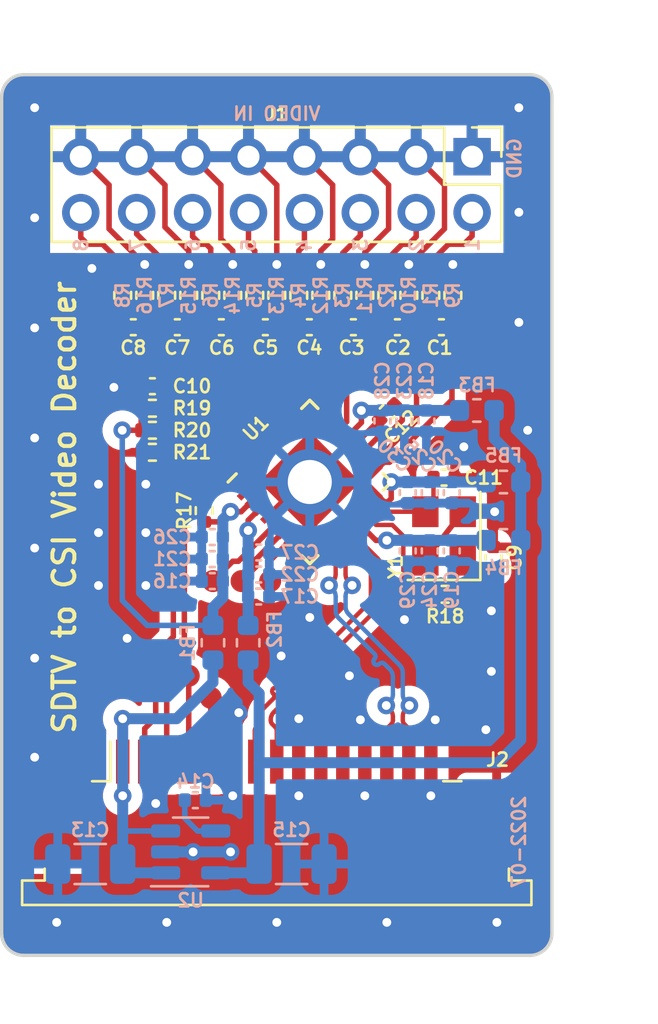
<source format=kicad_pcb>
(kicad_pcb (version 20241229) (generator "pcbnew") (generator_version "9.0")
  (layers (0 "F.Cu" mixed) (2 "B.Cu" mixed) (13 "F.Paste" user) (15 "B.Paste" user) (5 "F.SilkS" user "F.Silkscreen") (7 "B.SilkS" user "B.Silkscreen") (1 "F.Mask" user) (3 "B.Mask" user) (25 "Edge.Cuts" user))
  (net 0 "")
  (net 1 "GND")
  (net 2 "Net-(C9-Pad1)")
  (net 3 "+3V3")
  (net 4 "Net-(U1-VREFP)")
  (net 5 "/DVDDIO_3V3")
  (net 6 "/DVDD_1V8")
  (net 7 "/AVDD_1V8")
  (net 8 "/MVDD_1V8")
  (net 9 "/PVDD_1V8")
  (net 10 "/D0N")
  (net 11 "/D0P")
  (net 12 "/CLKN")
  (net 13 "/CLKP")
  (net 14 "/SCL")
  (net 15 "/SDA")
  (net 16 "/~{RESET}")
  (net 17 "+1V8")
  (net 18 "/AIN1")
  (net 19 "/AIN2")
  (net 20 "/AIN3")
  (net 21 "/AIN4")
  (net 22 "/AIN5")
  (net 23 "/AIN6")
  (net 24 "/AIN7")
  (net 25 "/AIN8")
  (net 26 "/XTALN")
  (net 27 "/VIN1")
  (net 28 "/VIN2")
  (net 29 "/VIN3")
  (net 30 "/VIN4")
  (net 31 "/VIN5")
  (net 32 "/VIN6")
  (net 33 "/VIN7")
  (net 34 "/VIN8")
  (net 35 "/~{PWRDWN}")
  (net 36 "/XTALP")
  (net 37 "/ALSB")
  (net 38 "Net-(U1-VREFN)")
  (net 39 "Net-(U2-CS)")
  (net 40 "Net-(C8-Pad2)")
  (net 41 "Net-(C7-Pad2)")
  (net 42 "Net-(C6-Pad2)")
  (net 43 "Net-(C5-Pad2)")
  (net 44 "Net-(C4-Pad2)")
  (net 45 "Net-(C3-Pad2)")
  (net 46 "Net-(C2-Pad2)")
  (net 47 "Net-(C1-Pad2)")
  (net 48 "/~{INTRQ}")
  (net 49 "/GPIO1")
  (net 50 "/GPO2")
  (net 51 "/GPIO0")
  (net 52 "/GPO1")
  (net 53 "/GPO0")
  (footprint "Resistor_SMD:R_0402_1005Metric" (layer "F.Cu") (at 55.5 50.02 90)
    (property "Reference" "R8")
    (property "Value" "24Ω")
  )
  (footprint "Capacitor_SMD:C_0402_1005Metric" (layer "F.Cu") (at 63.98 51.47 180)
    (property "Reference" "C4")
    (property "Value" "0.1μF")
  )
  (footprint "Package_CSP:LFCSP-32-1EP_5x5mm_P0.5mm_EP3.25x3.25mm" (layer "F.Cu") (at 64 58.5 45)
    (property "Reference" "U1")
    (property "Value" "ADV7280A-M")
  )
  (footprint "Connector_PinHeader_2.54mm:PinHeader_2x08_P2.54mm_Vertical" (layer "F.Cu") (at 71.375 43.725 -90)
    (property "Reference" "J1")
    (property "Value" "VIDEO_IN")
  )
  (footprint "Resistor_SMD:R_0402_1005Metric" (layer "F.Cu") (at 61.5 50.02 90)
    (property "Reference" "R5")
    (property "Value" "24Ω")
  )
  (footprint "Resistor_SMD:R_0402_1005Metric" (layer "F.Cu") (at 59.2 59.8 -90)
    (property "Reference" "R17")
    (property "Value" "4.7kΩ")
  )
  (footprint "Resistor_SMD:R_0402_1005Metric" (layer "F.Cu") (at 58.5 50.02 -90)
    (property "Reference" "R15")
    (property "Value" "51Ω")
  )
  (footprint "Capacitor_SMD:C_0402_1005Metric" (layer "F.Cu") (at 59.98 51.47 180)
    (property "Reference" "C6")
    (property "Value" "0.1μF")
  )
  (footprint "Resistor_SMD:R_0402_1005Metric" (layer "F.Cu") (at 63.5 50.02 90)
    (property "Reference" "R4")
    (property "Value" "24Ω")
  )
  (footprint "Resistor_SMD:R_0402_1005Metric" (layer "F.Cu") (at 56.5 50.02 -90)
    (property "Reference" "R16")
    (property "Value" "51Ω")
  )
  (footprint "Capacitor_SMD:C_0402_1005Metric" (layer "F.Cu") (at 57.98 51.47 180)
    (property "Reference" "C7")
    (property "Value" "0.1μF")
  )
  (footprint "Capacitor_SMD:C_0402_1005Metric" (layer "F.Cu") (at 70.1 58.3)
    (property "Reference" "C11")
    (property "Value" "20pF")
  )
  (footprint "Crystal:Crystal_SMD_3225-4Pin_3.2x2.5mm" (layer "F.Cu") (at 70.1 60.95 90)
    (property "Reference" "Y1")
    (property "Value" "ABM8G-28.63636MHZ")
  )
  (footprint "Capacitor_SMD:C_0402_1005Metric" (layer "F.Cu") (at 65.98 51.47 180)
    (property "Reference" "C3")
    (property "Value" "0.1μF")
  )
  (footprint "Resistor_SMD:R_0402_1005Metric" (layer "F.Cu") (at 68.5 50.02 -90)
    (property "Reference" "R10")
    (property "Value" "51Ω")
  )
  (footprint "Capacitor_SMD:C_0402_1005Metric" (layer "F.Cu") (at 72.35 61.93 90)
    (property "Reference" "C9")
    (property "Value" "20pF")
  )
  (footprint "Capacitor_SMD:C_0402_1005Metric" (layer "F.Cu") (at 55.98 51.47 180)
    (property "Reference" "C8")
    (property "Value" "0.1μF")
  )
  (footprint "Resistor_SMD:R_0402_1005Metric" (layer "F.Cu") (at 70.15 63.6 180)
    (property "Reference" "R18")
    (property "Value" "560Ω")
  )
  (footprint "Capacitor_SMD:C_0402_1005Metric" (layer "F.Cu") (at 56.85 54.15 180)
    (property "Reference" "C10")
    (property "Value" "4.7μF")
  )
  (footprint "Resistor_SMD:R_0402_1005Metric" (layer "F.Cu") (at 64.5 50.02 -90)
    (property "Reference" "R12")
    (property "Value" "51Ω")
  )
  (footprint "Capacitor_SMD:C_0402_1005Metric" (layer "F.Cu") (at 67.98 51.47 180)
    (property "Reference" "C2")
    (property "Value" "0.1μF")
  )
  (footprint "Resistor_SMD:R_0402_1005Metric" (layer "F.Cu") (at 70.5 50.02 -90)
    (property "Reference" "R9")
    (property "Value" "51Ω")
  )
  (footprint "Capacitor_SMD:C_0402_1005Metric" (layer "F.Cu") (at 61.98 51.47 180)
    (property "Reference" "C5")
    (property "Value" "0.1μF")
  )
  (footprint "Resistor_SMD:R_0402_1005Metric" (layer "F.Cu") (at 65.5 50.02 90)
    (property "Reference" "R3")
    (property "Value" "24Ω")
  )
  (footprint "TestPoint:TestPoint_Pad_D1.0mm" (layer "F.Cu") (at 59.6 63)
    (property "Reference" "TP1")
    (property "Value" "TestPoint")
  )
  (footprint "Connector_FFC-FPC:TE_1-84953-5_1x15-1MP_P1.0mm_Horizontal" (layer "F.Cu") (at 62.5 73)
    (property "Reference" "J2")
    (property "Value" "RPI_CSI_TOP")
  )
  (footprint "Resistor_SMD:R_0402_1005Metric" (layer "F.Cu") (at 57.5 50.02 90)
    (property "Reference" "R7")
    (property "Value" "24Ω")
  )
  (footprint "Resistor_SMD:R_0402_1005Metric" (layer "F.Cu") (at 69.5 50.02 90)
    (property "Reference" "R1")
    (property "Value" "24Ω")
  )
  (footprint "Resistor_SMD:R_0402_1005Metric" (layer "F.Cu") (at 56.85 56.15 180)
    (property "Reference" "R20")
    (property "Value" "4.7kΩ")
  )
  (footprint "Resistor_SMD:R_0402_1005Metric" (layer "F.Cu") (at 56.85 57.15)
    (property "Reference" "R21")
    (property "Value" "DNP")
  )
  (footprint "Resistor_SMD:R_0402_1005Metric" (layer "F.Cu") (at 60.5 50.02 -90)
    (property "Reference" "R14")
    (property "Value" "51Ω")
  )
  (footprint "TestPoint:TestPoint_Pad_D1.0mm" (layer "F.Cu") (at 63.5 63)
    (property "Reference" "TP4")
    (property "Value" "TestPoint")
  )
  (footprint "TestPoint:TestPoint_Pad_D1.0mm" (layer "F.Cu") (at 59.5 68.3)
    (property "Reference" "TP5" (hide yes))
    (property "Value" "TestPoint")
  )
  (footprint "TestPoint:TestPoint_Pad_D1.0mm" (layer "F.Cu") (at 62.2 63)
    (property "Reference" "TP3")
    (property "Value" "TestPoint")
  )
  (footprint "Resistor_SMD:R_0402_1005Metric" (layer "F.Cu") (at 59.5 50.02 90)
    (property "Reference" "R6")
    (property "Value" "24Ω")
  )
  (footprint "TestPoint:TestPoint_Pad_D1.0mm" (layer "F.Cu") (at 60.9 63)
    (property "Reference" "TP2")
    (property "Value" "TestPoint")
  )
  (footprint "Resistor_SMD:R_0402_1005Metric" (layer "F.Cu") (at 62.5 50.02 -90)
    (property "Reference" "R13")
    (property "Value" "51Ω")
  )
  (footprint "Resistor_SMD:R_0402_1005Metric" (layer "F.Cu") (at 66.5 50.02 -90)
    (property "Reference" "R11")
    (property "Value" "51Ω")
  )
  (footprint "Capacitor_SMD:C_0402_1005Metric" (layer "F.Cu") (at 69.98 51.47 180)
    (property "Reference" "C1")
    (property "Value" "0.1μF")
  )
  (footprint "Capacitor_SMD:C_0402_1005Metric" (layer "F.Cu") (at 67.514411 55.335589 -135)
    (property "Reference" "C12")
    (property "Value" "0.1μF")
  )
  (footprint "Resistor_SMD:R_0402_1005Metric" (layer "F.Cu") (at 56.85 55.15 180)
    (property "Reference" "R19")
    (property "Value" "4.7kΩ")
  )
  (footprint "Resistor_SMD:R_0402_1005Metric" (layer "F.Cu") (at 67.5 50.02 90)
    (property "Reference" "R2")
    (property "Value" "24Ω")
  )
  (footprint "TestPoint:TestPoint_Pad_D1.0mm" (layer "F.Cu") (at 58.5 67.3)
    (property "Reference" "TP6" (hide yes))
    (property "Value" "TestPoint")
  )
  (footprint "Inductor_SMD:L_0603_1608Metric" (layer "B.Cu") (at 72.8 61.15 180)
    (property "Reference" "FB4")
    (property "Value" "600Ω")
  )
  (footprint "Capacitor_SMD:C_1206_3216Metric" (layer "B.Cu") (at 63.175 75.85)
    (property "Reference" "C15")
    (property "Value" "47μF")
  )
  (footprint "Capacitor_SMD:C_0402_1005Metric" (layer "B.Cu") (at 69.45 58.98 -90)
    (property "Reference" "C25")
    (property "Value" "0.1μF")
  )
  (footprint "Capacitor_SMD:C_0402_1005Metric" (layer "B.Cu") (at 70.45 61.63 -90)
    (property "Reference" "C19")
    (property "Value" "10μF")
  )
  (footprint "Capacitor_SMD:C_0402_1005Metric" (layer "B.Cu") (at 59.57 61 180)
    (property "Reference" "C26")
    (property "Value" "10nF")
  )
  (footprint "Capacitor_SMD:C_0402_1005Metric" (layer "B.Cu") (at 58.8 72.95)
    (property "Reference" "C14")
    (property "Value" "10nF")
  )
  (footprint "Capacitor_SMD:C_0402_1005Metric" (layer "B.Cu") (at 69.3 55.73 -90)
    (property "Reference" "C18")
    (property "Value" "10μF")
  )
  (footprint "Inductor_SMD:L_0603_1608Metric" (layer "B.Cu") (at 71.5875 55.25 180)
    (property "Reference" "FB3")
    (property "Value" "600Ω")
  )
  (footprint "Capacitor_SMD:C_0402_1005Metric" (layer "B.Cu") (at 68.3 55.73 -90)
    (property "Reference" "C23")
    (property "Value" "0.1μF")
  )
  (footprint "Inductor_SMD:L_0603_1608Metric" (layer "B.Cu") (at 72.8 58.5 180)
    (property "Reference" "FB5")
    (property "Value" "600Ω")
  )
  (footprint "Capacitor_SMD:C_0402_1005Metric" (layer "B.Cu") (at 59.57 62 180)
    (property "Reference" "C21")
    (property "Value" "0.1μF")
  )
  (footprint "Capacitor_SMD:C_0402_1005Metric" (layer "B.Cu") (at 61.68 63.7)
    (property "Reference" "C17")
    (property "Value" "10μF")
  )
  (footprint "Capacitor_SMD:C_0402_1005Metric" (layer "B.Cu") (at 68.45 58.98 -90)
    (property "Reference" "C30")
    (property "Value" "10nF")
  )
  (footprint "Inductor_SMD:L_0603_1608Metric" (layer "B.Cu") (at 59.6 65.8 90)
    (property "Reference" "FB1")
    (property "Value" "600Ω")
  )
  (footprint "Capacitor_SMD:C_0402_1005Metric" (layer "B.Cu") (at 70.45 58.98 -90)
    (property "Reference" "C20")
    (property "Value" "10μF")
  )
  (footprint "Package_TO_SOT_SMD:SOT-23-5" (layer "B.Cu") (at 58.5875 75.3)
    (property "Reference" "U2")
    (property "Value" "NJM12888F18")
  )
  (footprint "Capacitor_SMD:C_0402_1005Metric" (layer "B.Cu") (at 61.68 62.7)
    (property "Reference" "C22")
    (property "Value" "0.1μF")
  )
  (footprint "Capacitor_SMD:C_0402_1005Metric" (layer "B.Cu") (at 59.57 63 180)
    (property "Reference" "C16")
    (property "Value" "10μF")
  )
  (footprint "Capacitor_SMD:C_0402_1005Metric" (layer "B.Cu") (at 61.68 61.7)
    (property "Reference" "C27")
    (property "Value" "10nF")
  )
  (footprint "Capacitor_SMD:C_0402_1005Metric" (layer "B.Cu") (at 68.45 61.63 -90)
    (property "Reference" "C29")
    (property "Value" "10nF")
  )
  (footprint "Inductor_SMD:L_0603_1608Metric" (layer "B.Cu") (at 61.2 65.8 90)
    (property "Reference" "FB2")
    (property "Value" "600Ω")
  )
  (footprint "Capacitor_SMD:C_0402_1005Metric" (layer "B.Cu") (at 67.3 55.73 -90)
    (property "Reference" "C28")
    (property "Value" "10nF")
  )
  (footprint "Capacitor_SMD:C_1206_3216Metric" (layer "B.Cu") (at 54.025 75.85 180)
    (property "Reference" "C13")
    (property "Value" "100μF")
  )
  (footprint "Capacitor_SMD:C_0402_1005Metric" (layer "B.Cu") (at 69.45 61.63 -90)
    (property "Reference" "C24")
    (property "Value" "0.1μF")
  )
  (gr_arc (start 50 41) (mid 50.292893 40.292893) (end 51 40) (stroke (width 0.15)) (layer "Edge.Cuts"))
  (gr_line (start 74 80) (end 51 80) (stroke (width 0.15)) (layer "Edge.Cuts"))
  (gr_line (start 50 79) (end 50 41) (stroke (width 0.15)) (layer "Edge.Cuts"))
  (gr_arc (start 74 40) (mid 74.707107 40.292893) (end 75 41) (stroke (width 0.15)) (layer "Edge.Cuts"))
  (gr_line (start 75 41) (end 75 79) (stroke (width 0.15)) (layer "Edge.Cuts"))
  (gr_arc (start 75 79) (mid 74.707107 79.707107) (end 74 80) (stroke (width 0.15)) (layer "Edge.Cuts"))
  (gr_line (start 51 40) (end 74 40) (stroke (width 0.15)) (layer "Edge.Cuts"))
  (gr_arc (start 51 80) (mid 50.292893 79.707107) (end 50 79) (stroke (width 0.15)) (layer "Edge.Cuts"))
  (gr_text "SDTV to CSI Video Decoder" (at 52.85 59.65 90) (layer "F.SilkS") (effects (font (size 1 1) (thickness 0.18))))
  (gr_text "VIDEO IN" (at 62.5 41.773 0) (layer "B.SilkS") (effects (font (size 0.6 0.6) (thickness 0.12)) (justify mirror)))
  (gr_text "2022-07" (at 73.5 74.85 90) (layer "B.SilkS") (effects (font (size 0.6 0.6) (thickness 0.12)) (justify mirror)))
  (gr_text "1" (at 71.39 47.742 90) (layer "B.SilkS") (effects (font (size 0.6 0.6) (thickness 0.12)) (justify mirror)))
  (gr_text "GND" (at 73.295 43.805 90) (layer "B.SilkS") (effects (font (size 0.6 0.6) (thickness 0.12)) (justify mirror)))
  (gr_text "2" (at 68.85 47.742 90) (layer "B.SilkS") (effects (font (size 0.6 0.6) (thickness 0.12)) (justify mirror)))
  (gr_text "7" (at 56.15 47.742 90) (layer "B.SilkS") (effects (font (size 0.6 0.6) (thickness 0.12)) (justify mirror)))
  (gr_text "5" (at 61.23 47.742 90) (layer "B.SilkS") (effects (font (size 0.6 0.6) (thickness 0.12)) (justify mirror)))
  (gr_text "4" (at 63.77 47.742 90) (layer "B.SilkS") (effects (font (size 0.6 0.6) (thickness 0.12)) (justify mirror)))
  (gr_text "6" (at 58.69 47.742 90) (layer "B.SilkS") (effects (font (size 0.6 0.6) (thickness 0.12)) (justify mirror)))
  (gr_text "8" (at 53.61 47.742 90) (layer "B.SilkS") (effects (font (size 0.6 0.6) (thickness 0.12)) (justify mirror)))
  (gr_text "3" (at 66.31 47.742 90) (layer "B.SilkS") (effects (font (size 0.6 0.6) (thickness 0.12)) (justify mirror)))
  (segment (start 66.5 71.2) (end 66.5 69.5) (width 0.5) (layer "F.Cu") (net 1))
  (segment (start 70.5 49.51) (end 70.5 48.62) (width 0.5) (layer "F.Cu") (net 1))
  (segment (start 61.065507 58.959619) (end 61.37868 58.646446) (width 0.25) (layer "F.Cu") (net 1))
  (segment (start 68.835 43.725) (end 70.12 45.01) (width 0.25) (layer "F.Cu") (net 1))
  (segment (start 69.5 71.2) (end 69.5 72.75) (width 0.5) (layer "F.Cu") (net 1))
  (segment (start 62.5 45.01) (end 62.5 48.62) (width 0.25) (layer "F.Cu") (net 1))
  (segment (start 57.42 46.92) (end 57.42 45.01) (width 0.25) (layer "F.Cu") (net 1))
  (segment (start 70.12 45.01) (end 70.12 47) (width 0.25) (layer "F.Cu") (net 1))
  (segment (start 60.5 49.51) (end 60.5 48.62) (width 0.5) (layer "F.Cu") (net 1))
  (segment (start 64.5 49.51) (end 64.5 48.62) (width 0.5) (layer "F.Cu") (net 1))
  (segment (start 66.5 49.51) (end 66.5 48.62) (width 0.5) (layer "F.Cu") (net 1))
  (segment (start 69.5 71.2) (end 69.5 69.5) (width 0.5) (layer "F.Cu") (net 1))
  (segment (start 60.775 68.975) (end 60.5 69.25) (width 0.5) (layer "F.Cu") (net 1))
  (segment (start 70.12 47) (end 68.5 48.62) (width 0.25) (layer "F.Cu") (net 1))
  (segment (start 57.42 45.01) (end 56.135 43.725) (width 0.25) (layer "F.Cu") (net 1))
  (segment (start 69.5 69.5) (end 69.7 69.3) (width 0.5) (layer "F.Cu") (net 1))
  (segment (start 53.595 43.725) (end 54.88 45.01) (width 0.25) (layer "F.Cu") (net 1))
  (segment (start 67.58 45.01) (end 67.58 46.995) (width 0.25) (layer "F.Cu") (net 1))
  (segment (start 71.375 43.725) (end 71.375 42.1436) (width 0.5) (layer "F.Cu") (net 1))
  (segment (start 66.295 43.725) (end 67.58 45.01) (width 0.25) (layer "F.Cu") (net 1))
  (segment (start 64.5 48) (end 64.5 48.62) (width 0.25) (layer "F.Cu") (net 1))
  (segment (start 63.755 43.725) (end 65.04 45.01) (width 0.25) (layer "F.Cu") (net 1))
  (segment (start 62.126167 60.02028) (end 63.646447 58.5) (width 0.25) (layer "F.Cu") (net 1))
  (segment (start 58.675 43.725) (end 59.96 45.01) (width 0.25) (layer "F.Cu") (net 1))
  (segment (start 66.5 71.2) (end 66.5 72.75) (width 0.5) (layer "F.Cu") (net 1))
  (segment (start 63.5 71.2) (end 63.5 69.25) (width 0.5) (layer "F.Cu") (net 1))
  (segment (start 61.732233 58.5) (end 64 58.5) (width 0.25) (layer "F.Cu") (net 1))
  (segment (start 54.88 47) (end 56.5 48.62) (width 0.25) (layer "F.Cu") (net 1))
  (segment (start 56.5 49.51) (end 56.5 48.62) (width 0.5) (layer "F.Cu") (net 1))
  (segment (start 66.5 48.075) (end 66.5 48.62) (width 0.25) (layer "F.Cu") (net 1))
  (segment (start 60.5 48) (end 60.5 48.62) (width 0.25) (layer "F.Cu") (net 1))
  (segment (start 66.5 69.5) (end 66.3 69.3) (width 0.5) (layer "F.Cu") (net 1))
  (segment (start 71.375 43.725) (end 72.994 43.725) (width 0.5) (layer "F.Cu") (net 1))
  (segment (start 58.5 49.51) (end 58.5 48.62) (width 0.5) (layer "F.Cu") (net 1))
  (segment (start 54.88 45.01) (end 54.88 47) (width 0.25) (layer "F.Cu") (net 1))
  (segment (start 60.5 71.2) (end 60.5 72.75) (width 0.5) (layer "F.Cu") (net 1))
  (segment (start 63.5 71.2) (end 63.5 72.75) (width 0.5) (layer "F.Cu") (net 1))
  (segment (start 62.5 49.51) (end 62.5 48.62) (width 0.5) (layer "F.Cu") (net 1))
  (segment (start 65.04 45.01) (end 65.04 47.46) (width 0.25) (layer "F.Cu") (net 1))
  (segment (start 60.5 69.25) (end 60.5 71.2) (width 0.5) (layer "F.Cu") (net 1))
  (segment (start 58.5 48) (end 57.42 46.92) (width 0.25) (layer "F.Cu") (net 1))
  (segment (start 68.5 49.51) (end 68.5 48.62) (width 0.5) (layer "F.Cu") (net 1))
  (segment (start 59.96 47.46) (end 60.5 48) (width 0.25) (layer "F.Cu") (net 1))
  (segment (start 65.04 47.46) (end 64.5 48) (width 0.25) (layer "F.Cu") (net 1))
  (segment (start 63.646447 58.5) (end 64 58.5) (width 0.25) (layer "F.Cu") (net 1))
  (segment (start 69.25 62.05) (end 70.95 59.85) (width 0.25) (layer "F.Cu") (net 1))
  (segment (start 58.5 48.62) (end 58.5 48) (width 0.25) (layer "F.Cu") (net 1))
  (segment (start 67.58 46.995) (end 66.5 48.075) (width 0.25) (layer "F.Cu") (net 1))
  (segment (start 59.96 45.01) (end 59.96 47.46) (width 0.25) (layer "F.Cu") (net 1))
  (segment (start 61.215 43.725) (end 62.5 45.01) (width 0.25) (layer "F.Cu") (net 1))
  (via (at 73.5 41.5) (size 0.8) (drill 0.4) (layers "F.Cu" "B.Cu") (net 1))
  (via (at 54.4 60.8) (size 0.8) (drill 0.4) (layers "F.Cu" "B.Cu") (net 1))
  (via (at 57.5 78.5) (size 0.8) (drill 0.4) (layers "F.Cu" "B.Cu") (net 1))
  (via (at 73.5 51.25) (size 0.8) (drill 0.4) (layers "F.Cu" "B.Cu") (net 1))
  (via (at 56.55 58.6) (size 0.8) (drill 0.4) (layers "F.Cu" "B.Cu") (net 1))
  (via (at 63.5 69.25) (size 0.8) (drill 0.4) (layers "F.Cu" "B.Cu") (net 1))
  (via (at 57 73.1) (size 0.8) (drill 0.4) (layers "F.Cu" "B.Cu") (net 1))
  (via (at 58.7 75.3) (size 0.8) (drill 0.4) (layers "F.Cu" "B.Cu") (net 1))
  (via (at 66.3 69.3) (size 0.8) (drill 0.4) (layers "F.Cu" "B.Cu") (net 1))
  (via (at 68.3 64.75) (size 0.8) (drill 0.4) (layers "F.Cu" "B.Cu") (net 1))
  (via (at 65.8 67.3) (size 0.8) (drill 0.4) (layers "F.Cu" "B.Cu") (net 1))
  (via (at 60.5 48.62) (size 0.8) (drill 0.4) (layers "F.Cu" "B.Cu") (net 1))
  (via (at 51.5 61.5) (size 0.8) (drill 0.4) (layers "F.Cu" "B.Cu") (net 1))
  (via (at 66.5 72.75) (size 0.8) (drill 0.4) (layers "F.Cu" "B.Cu") (net 1))
  (via (at 51.5 41.5) (size 0.8) (drill 0.4) (layers "F.Cu" "B.Cu") (net 1))
  (via (at 60.5 72.75) (size 0.8) (drill 0.4) (layers "F.Cu" "B.Cu") (net 1))
  (via (at 51.5 71) (size 0.8) (drill 0.4) (layers "F.Cu" "B.Cu") (net 1))
  (via (at 71 56.9) (size 0.8) (drill 0.4) (layers "F.Cu" "B.Cu") (net 1))
  (via (at 55.7 65.6) (size 0.8) (drill 0.4) (layers "F.Cu" "B.Cu") (net 1))
  (via (at 72 69.75) (size 0.8) (drill 0.4) (layers "F.Cu" "B.Cu") (net 1))
  (via (at 62.5 78.5) (size 0.8) (drill 0.4) (layers "F.Cu" "B.Cu") (net 1))
  (via (at 56.5 48.62) (size 0.8) (drill 0.4) (layers "F.Cu" "B.Cu") (net 1))
  (via (at 66.5 48.62) (size 0.8) (drill 0.4) (layers "F.Cu" "B.Cu") (net 1))
  (via (at 56.55 60.8) (size 0.8) (drill 0.4) (layers "F.Cu" "B.Cu") (net 1))
  (via (at 68.5 48.62) (size 0.8) (drill 0.4) (layers "F.Cu" "B.Cu") (net 1))
  (via (at 51.5 51.5) (size 0.8) (drill 0.4) (layers "F.Cu" "B.Cu") (net 1))
  (via (at 51.5 56.5) (size 0.8) (drill 0.4) (layers "F.Cu" "B.Cu") (net 1))
  (via (at 54.4 63.2) (size 0.8) (drill 0.4) (layers "F.Cu" "B.Cu") (net 1))
  (via (at 51.5 46.5) (size 0.8) (drill 0.4) (layers "F.Cu" "B.Cu") (net 1))
  (via (at 73.5 46.25) (size 0.8) (drill 0.4) (layers "F.Cu" "B.Cu") (net 1))
  (via (at 51.5 66.5) (size 0.8) (drill 0.4) (layers "F.Cu" "B.Cu") (net 1))
  (via (at 60.775 68.975) (size 0.8) (drill 0.4) (layers "F.Cu" "B.Cu") (net 1))
  (via (at 64.5 48.62) (size 0.8) (drill 0.4) (layers "F.Cu" "B.Cu") (net 1))
  (via (at 63.5 72.75) (size 0.8) (drill 0.4) (layers "F.Cu" "B.Cu") (net 1))
  (via (at 73.9 56.15) (size 0.8) (drill 0.4) (layers "F.Cu" "B.Cu") (net 1))
  (via (at 67.5 78.5) (size 0.8) (drill 0.4) (layers "F.Cu" "B.Cu") (net 1))
  (via (at 72.25 64.35) (size 0.8) (drill 0.4) (layers "F.Cu" "B.Cu") (net 1))
  (via (at 54.1 48.8) (size 0.8) (drill 0.4) (layers "F.Cu" "B.Cu") (net 1))
  (via (at 72.25 67.1) (size 0.8) (drill 0.4) (layers "F.Cu" "B.Cu") (net 1))
  (via (at 60.4 75.3) (size 0.8) (drill 0.4) (layers "F.Cu" "B.Cu") (net 1))
  (via (at 58.5 48.62) (size 0.8) (drill 0.4) (layers "F.Cu" "B.Cu") (net 1))
  (via (at 72.5 78.5) (size 0.8) (drill 0.4) (layers "F.Cu" "B.Cu") (net 1))
  (via (at 62.7 66.4) (size 0.8) (drill 0.4) (layers "F.Cu" "B.Cu") (net 1))
  (via (at 72.4 59.85) (size 0.8) (drill 0.4) (layers "F.Cu" "B.Cu") (net 1))
  (via (at 69.7 69.3) (size 0.8) (drill 0.4) (layers "F.Cu" "B.Cu") (net 1))
  (via (at 69.5 72.75) (size 0.8) (drill 0.4) (layers "F.Cu" "B.Cu") (net 1))
  (via (at 52.5 78.5) (size 0.8) (drill 0.4) (layers "F.Cu" "B.Cu") (net 1))
  (via (at 70.5 48.62) (size 0.8) (drill 0.4) (layers "F.Cu" "B.Cu") (net 1))
  (via (at 56.55 63.2) (size 0.8) (drill 0.4) (layers "F.Cu" "B.Cu") (net 1))
  (via (at 62.5 48.62) (size 0.8) (drill 0.4) (layers "F.Cu" "B.Cu") (net 1))
  (via (at 54.4 58.6) (size 0.8) (drill 0.4) (layers "F.Cu" "B.Cu") (net 1))
  (via (at 55.1 54.2) (size 0.8) (drill 0.4) (layers "F.Cu" "B.Cu") (net 1))
  (via (at 64 64.65) (size 0.8) (drill 0.4) (layers "F.Cu" "B.Cu") (net 1))
  (arc (start 61.37868 58.646446) (mid 61.540892 58.53806) (end 61.732233 58.5) (width 0.25) (layer "F.Cu") (net 1))
  (segment (start 68.835 43.725) (end 68.835 41.965) (width 0.5) (layer "B.Cu") (net 1))
  (segment (start 66.295 43.725) (end 63.755 43.725) (width 0.5) (layer "B.Cu") (net 1))
  (segment (start 56.135 43.725) (end 53.595 43.725) (width 0.5) (layer "B.Cu") (net 1))
  (segment (start 71.375 43.725) (end 71.375 42.125) (width 0.5) (layer "B.Cu") (net 1))
  (segment (start 58.675 43.725) (end 58.675 41.925) (width 0.5) (layer "B.Cu") (net 1))
  (segment (start 56.135 43.725) (end 56.135 41.965) (width 0.5) (layer "B.Cu") (net 1))
  (segment (start 66.295 43.725) (end 66.295 41.905) (width 0.5) (layer "B.Cu") (net 1))
  (segment (start 58.7 75.3) (end 60.4 75.3) (width 0.5) (layer "B.Cu") (net 1))
  (segment (start 64 58.5) (end 64 60.8) (width 0.4) (layer "B.Cu") (net 1))
  (segment (start 61.215 43.725) (end 58.675 43.725) (width 0.5) (layer "B.Cu") (net 1))
  (segment (start 64 58.5) (end 61.7 58.5) (width 0.4) (layer "B.Cu") (net 1))
  (segment (start 64 58.5) (end 66.3 58.5) (width 0.4) (layer "B.Cu") (net 1))
  (segment (start 61.215 43.725) (end 61.215 41.985) (width 0.5) (layer "B.Cu") (net 1))
  (segment (start 57.45 75.3) (end 58.7 75.3) (width 0.5) (layer "B.Cu") (net 1))
  (segment (start 68.835 43.725) (end 66.295 43.725) (width 0.5) (layer "B.Cu") (net 1))
  (segment (start 58.675 43.725) (end 56.135 43.725) (width 0.5) (layer "B.Cu") (net 1))
  (segment (start 53.595 43.725) (end 51.825 43.725) (width 0.5) (layer "B.Cu") (net 1))
  (segment (start 63.755 43.725) (end 63.755 41.945) (width 0.5) (layer "B.Cu") (net 1))
  (segment (start 63.755 43.725) (end 61.215 43.725) (width 0.5) (layer "B.Cu") (net 1))
  (segment (start 53.595 43.725) (end 53.595 42.005) (width 0.5) (layer "B.Cu") (net 1))
  (segment (start 71.375 43.725) (end 73.075 43.725) (width 0.5) (layer "B.Cu") (net 1))
  (segment (start 71.375 43.725) (end 68.835 43.725) (width 0.5) (layer "B.Cu") (net 1))
  (segment (start 64 58.5) (end 64 56.2) (width 0.4) (layer "B.Cu") (net 1))
  (segment (start 72.35 62.41) (end 71.31 62.41) (width 0.25) (layer "F.Cu") (net 2))
  (segment (start 70.66 63.6) (end 70.66 62.34) (width 0.25) (layer "F.Cu") (net 2))
  (segment (start 71.31 62.41) (end 70.95 62.05) (width 0.25) (layer "F.Cu") (net 2))
  (segment (start 70.66 62.34) (end 70.95 62.05) (width 0.25) (layer "F.Cu") (net 2))
  (segment (start 55.5 71.2) (end 55.5 72.75) (width 0.5) (layer "F.Cu") (net 3))
  (segment (start 55.5 71.2) (end 55.5 69.25) (width 0.5) (layer "F.Cu") (net 3))
  (via (at 55.5 72.75) (size 0.8) (drill 0.4) (layers "F.Cu" "B.Cu") (net 3))
  (via (at 55.5 69.25) (size 0.8) (drill 0.4) (layers "F.Cu" "B.Cu") (net 3))
  (segment (start 55.65 74.35) (end 55.5 74.2) (width 0.25) (layer "B.Cu") (net 3))
  (segment (start 55.5 72.75) (end 55.5 74.2) (width 0.5) (layer "B.Cu") (net 3))
  (segment (start 57.45 74.35) (end 55.65 74.35) (width 0.25) (layer "B.Cu") (net 3))
  (segment (start 55.5 69.25) (end 55.5 72.75) (width 0.5) (layer "B.Cu") (net 3))
  (segment (start 59.6 67.6) (end 57.95 69.25) (width 0.5) (layer "B.Cu") (net 3))
  (segment (start 55.5 74.2) (end 55.5 75.85) (width 0.5) (layer "B.Cu") (net 3))
  (segment (start 55.9 76.25) (end 55.5 75.85) (width 0.5) (layer "B.Cu") (net 3))
  (segment (start 57.95 69.25) (end 55.5 69.25) (width 0.5) (layer "B.Cu") (net 3))
  (segment (start 57.45 76.25) (end 55.9 76.25) (width 0.5) (layer "B.Cu") (net 3))
  (segment (start 59.6 66.5875) (end 59.6 67.6) (width 0.5) (layer "B.Cu") (net 3))
  (segment (start 68.2 55.342356) (end 67.853822 54.996178) (width 0.25) (layer "F.Cu") (net 4))
  (segment (start 67.06066 56.5) (end 67.4 56.5) (width 0.25) (layer "F.Cu") (net 4))
  (segment (start 68.2 55.7) (end 68.2 55.342356) (width 0.25) (layer "F.Cu") (net 4))
  (segment (start 67.4 56.5) (end 68.2 55.7) (width 0.25) (layer "F.Cu") (net 4))
  (segment (start 66.227386 57.333274) (end 67.06066 56.5) (width 0.25) (layer "F.Cu") (net 4))
  (segment (start 60.882233 59.85) (end 61.41906 59.313173) (width 0.25) (layer "F.Cu") (net 5))
  (segment (start 56.34 56.15) (end 55.48 56.15) (width 0.25) (layer "F.Cu") (net 5))
  (segment (start 60.4 59.85) (end 60.882233 59.85) (width 0.25) (layer "F.Cu") (net 5))
  (segment (start 60.4 59.85) (end 59.94 60.31) (width 0.25) (layer "F.Cu") (net 5))
  (segment (start 59.94 60.31) (end 59.2 60.31) (width 0.25) (layer "F.Cu") (net 5))
  (segment (start 56.34 56.15) (end 56.34 55.15) (width 0.25) (layer "F.Cu") (net 5))
  (via (at 60.4 59.85) (size 0.8) (drill 0.4) (layers "F.Cu" "B.Cu") (net 5))
  (via (at 55.48 56.15) (size 0.8) (drill 0.4) (layers "F.Cu" "B.Cu") (net 5))
  (segment (start 60.05 60.2) (end 60.05 61) (width 0.5) (layer "B.Cu") (net 5))
  (segment (start 55.48 63.88) (end 55.48 56.15) (width 0.25) (layer "B.Cu") (net 5))
  (segment (start 60.05 62) (end 60.05 61) (width 0.5) (layer "B.Cu") (net 5))
  (segment (start 59.6 64.2) (end 60.05 63.75) (width 0.5) (layer "B.Cu") (net 5))
  (segment (start 60.4 59.85) (end 60.05 60.2) (width 0.5) (layer "B.Cu") (net 5))
  (segment (start 59.6 65.0125) (end 56.6125 65.0125) (width 0.25) (layer "B.Cu") (net 5))
  (segment (start 60.05 63) (end 60.05 62) (width 0.5) (layer "B.Cu") (net 5))
  (segment (start 59.6 65.0125) (end 59.6 64.2) (width 0.5) (layer "B.Cu") (net 5))
  (segment (start 60.05 63.75) (end 60.05 63) (width 0.5) (layer "B.Cu") (net 5))
  (segment (start 56.6125 65.0125) (end 55.48 63.88) (width 0.25) (layer "B.Cu") (net 5))
  (segment (start 61.2 60.7) (end 61.2 60.23934) (width 0.25) (layer "F.Cu") (net 6))
  (segment (start 61.2 60.23934) (end 61.772614 59.666726) (width 0.25) (layer "F.Cu") (net 6))
  (via (at 61.2 60.7) (size 0.8) (drill 0.4) (layers "F.Cu" "B.Cu") (net 6))
  (segment (start 61.2 60.7) (end 61.2 61.7) (width 0.5) (layer "B.Cu") (net 6))
  (segment (start 61.2 62.7) (end 61.2 63.7) (width 0.5) (layer "B.Cu") (net 6))
  (segment (start 61.2 61.7) (end 61.2 62.7) (width 0.5) (layer "B.Cu") (net 6))
  (segment (start 61.2 65.0125) (end 61.2 63.7) (width 0.5) (layer "B.Cu") (net 6))
  (segment (start 66.3445 55.801947) (end 65.52028 56.626167) (width 0.25) (layer "F.Cu") (net 7))
  (segment (start 66.3445 55.25) (end 66.3445 55.801947) (width 0.25) (layer "F.Cu") (net 7))
  (via (at 66.3445 55.25) (size 0.8) (drill 0.4) (layers "F.Cu" "B.Cu") (net 7))
  (segment (start 69.3 55.25) (end 70.8125 55.25) (width 0.5) (layer "B.Cu") (net 7))
  (segment (start 67.3 55.25) (end 68.3 55.25) (width 0.5) (layer "B.Cu") (net 7))
  (segment (start 68.3 55.25) (end 69.3 55.25) (width 0.5) (layer "B.Cu") (net 7))
  (segment (start 66.3445 55.25) (end 67.3 55.25) (width 0.5) (layer "B.Cu") (net 7))
  (segment (start 67.003553 61.15) (end 65.873833 60.02028) (width 0.25) (layer "F.Cu") (net 8))
  (segment (start 67.5 61.15) (end 67.003553 61.15) (width 0.25) (layer "F.Cu") (net 8))
  (via (at 67.5 61.15) (size 0.8) (drill 0.4) (layers "F.Cu" "B.Cu") (net 8))
  (segment (start 70.45 61.15) (end 72.0125 61.15) (width 0.5) (layer "B.Cu") (net 8))
  (segment (start 67.5 61.15) (end 68.45 61.15) (width 0.5) (layer "B.Cu") (net 8))
  (segment (start 69.45 61.15) (end 70.45 61.15) (width 0.5) (layer "B.Cu") (net 8))
  (segment (start 68.45 61.15) (end 69.45 61.15) (width 0.5) (layer "B.Cu") (net 8))
  (segment (start 67.7 59.25) (end 67.55 59.4) (width 0.25) (layer "F.Cu") (net 9))
  (segment (start 67.7 58.5) (end 67.7 59.25) (width 0.25) (layer "F.Cu") (net 9))
  (segment (start 67.374874 59.4) (end 66.934493 58.959619) (width 0.25) (layer "F.Cu") (net 9))
  (segment (start 67.55 59.4) (end 67.374874 59.4) (width 0.25) (layer "F.Cu") (net 9))
  (via (at 67.7 58.5) (size 0.8) (drill 0.4) (layers "F.Cu" "B.Cu") (net 9))
  (segment (start 70.45 58.5) (end 72.0125 58.5) (width 0.5) (layer "B.Cu") (net 9))
  (segment (start 69.45 58.5) (end 70.45 58.5) (width 0.5) (layer "B.Cu") (net 9))
  (segment (start 68.45 58.5) (end 69.45 58.5) (width 0.5) (layer "B.Cu") (net 9))
  (segment (start 67.7 58.5) (end 68.45 58.5) (width 0.5) (layer "B.Cu") (net 9))
  (segment (start 68.371448 68.803552) (end 68.525 68.65) (width 0.2) (layer "F.Cu") (net 10))
  (segment (start 65.925 63.192894) (end 65.771447 63.039341) (width 0.2) (layer "F.Cu") (net 10))
  (segment (start 68.426776 69.626775) (end 68.298223 69.498222) (width 0.2) (layer "F.Cu") (net 10))
  (segment (start 68.225 69.321445) (end 68.225001 69.157105) (width 0.2) (layer "F.Cu") (net 10))
  (segment (start 64.813173 61.116294) (end 64.813173 61.08094) (width 0.2) (layer "F.Cu") (net 10))
  (segment (start 65.625001 62.135229) (end 65.625001 62.685788) (width 0.2) (layer "F.Cu") (net 10))
  (segment (start 65.478554 61.781675) (end 64.813173 61.116294) (width 0.2) (layer "F.Cu") (net 10))
  (segment (start 68.5 71.2) (end 68.5 69.803552) (width 0.2) (layer "F.Cu") (net 10))
  (via (at 68.525 68.65) (size 0.8) (drill 0.4) (layers "F.Cu" "B.Cu") (net 10))
  (via (at 65.925 63.192894) (size 0.8) (drill 0.4) (layers "F.Cu" "B.Cu") (net 10))
  (arc (start 68.371448 68.803552) (mid 68.263061 68.965763) (end 68.225001 69.157105) (width 0.2) (layer "F.Cu") (net 10))
  (arc (start 65.478554 61.781675) (mid 65.586941 61.943887) (end 65.625001 62.135229) (width 0.2) (layer "F.Cu") (net 10))
  (arc (start 65.771447 63.039341) (mid 65.663061 62.877129) (end 65.625001 62.685788) (width 0.2) (layer "F.Cu") (net 10))
  (arc (start 68.298223 69.498222) (mid 68.24403 69.417116) (end 68.225 69.321445) (width 0.2) (layer "F.Cu") (net 10))
  (arc (start 68.426776 69.626775) (mid 68.480969 69.707881) (end 68.5 69.803552) (width 0.2) (layer "F.Cu") (net 10))
  (segment (start 65.925 63.192894) (end 65.771447 63.346447) (width 0.2) (layer "B.Cu") (net 10))
  (segment (start 65.625001 63.7) (end 65.626481 63.70148) (width 0.2) (layer "B.Cu") (net 10))
  (segment (start 68.371448 68.496448) (end 68.525 68.65) (width 0.2) (layer "B.Cu") (net 10))
  (segment (start 68.225001 67.163908) (end 68.225001 68.142894) (width 0.2) (layer "B.Cu") (net 10))
  (segment (start 65.771448 64.503248) (end 68.078555 66.810355) (width 0.2) (layer "B.Cu") (net 10))
  (segment (start 65.626481 63.70148) (end 65.626481 64.215326) (width 0.2) (layer "B.Cu") (net 10))
  (arc (start 65.626481 64.215326) (mid 65.676566 64.370839) (end 65.771448 64.503248) (width 0.2) (layer "B.Cu") (net 10))
  (arc (start 68.078555 66.810355) (mid 68.186941 66.972567) (end 68.225001 67.163908) (width 0.2) (layer "B.Cu") (net 10))
  (arc (start 65.625001 63.7) (mid 65.663061 63.508659) (end 65.771447 63.346447) (width 0.2) (layer "B.Cu") (net 10))
  (arc (start 68.225001 68.142894) (mid 68.263061 68.334236) (end 68.371448 68.496448) (width 0.2) (layer "B.Cu") (net 10))
  (segment (start 67.5 71.2) (end 67.5 69.803552) (width 0.2) (layer "F.Cu") (net 11))
  (segment (start 67.573224 69.626775) (end 67.701777 69.498222) (width 0.2) (layer "F.Cu") (net 11))
  (segment (start 67.775 69.321445) (end 67.774999 69.157105) (width 0.2) (layer "F.Cu") (net 11))
  (segment (start 65.174999 62.321625) (end 65.174999 62.685788) (width 0.2) (layer "F.Cu") (net 11))
  (segment (start 67.628552 68.803552) (end 67.475 68.65) (width 0.2) (layer "F.Cu") (net 11))
  (segment (start 64.494974 61.434493) (end 64.459619 61.434493) (width 0.2) (layer "F.Cu") (net 11))
  (segment (start 65.028552 61.968071) (end 64.494974 61.434493) (width 0.2) (layer "F.Cu") (net 11))
  (segment (start 64.875 63.192894) (end 65.028553 63.039341) (width 0.2) (layer "F.Cu") (net 11))
  (via (at 64.875 63.192894) (size 0.8) (drill 0.4) (layers "F.Cu" "B.Cu") (net 11))
  (via (at 67.475 68.65) (size 0.8) (drill 0.4) (layers "F.Cu" "B.Cu") (net 11))
  (arc (start 67.774999 69.157105) (mid 67.736938 68.965763) (end 67.628552 68.803552) (width 0.2) (layer "F.Cu") (net 11))
  (arc (start 67.775 69.321445) (mid 67.75597 69.417116) (end 67.701777 69.498222) (width 0.2) (layer "F.Cu") (net 11))
  (arc (start 67.5 69.803552) (mid 67.51903 69.707881) (end 67.573224 69.626775) (width 0.2) (layer "F.Cu") (net 11))
  (arc (start 65.028553 63.039341) (mid 65.136939 62.877129) (end 65.174999 62.685788) (width 0.2) (layer "F.Cu") (net 11))
  (arc (start 65.028552 61.968071) (mid 65.136939 62.130283) (end 65.174999 62.321625) (width 0.2) (layer "F.Cu") (net 11))
  (segment (start 65.028553 63.346447) (end 64.875 63.192894) (width 0.2) (layer "B.Cu") (net 11))
  (segment (start 67.164624 66.759099) (end 67.161954 66.76177) (width 0.2) (layer "B.Cu") (net 11))
  (segment (start 67.475 68.65) (end 67.628552 68.496448) (width 0.2) (layer "B.Cu") (net 11))
  (segment (start 67.628553 66.996753) (end 67.3909 66.7591) (width 0.2) (layer "B.Cu") (net 11))
  (segment (start 67.164625 66.759099) (end 67.164624 66.759099) (width 0.2) (layer "B.Cu") (net 11))
  (segment (start 66.935679 66.535495) (end 66.935679 66.535494) (width 0.2) (layer "B.Cu") (net 11))
  (segment (start 66.93835 66.30655) (end 65.321446 64.689646) (width 0.2) (layer "B.Cu") (net 11))
  (segment (start 67.774999 68.142894) (end 67.774999 67.350306) (width 0.2) (layer "B.Cu") (net 11))
  (segment (start 66.935679 66.535494) (end 66.93835 66.532824) (width 0.2) (layer "B.Cu") (net 11))
  (segment (start 65.176485 64.401723) (end 65.176485 63.701486) (width 0.2) (layer "B.Cu") (net 11))
  (segment (start 65.176485 63.701486) (end 65.174999 63.7) (width 0.2) (layer "B.Cu") (net 11))
  (arc (start 67.3909 66.7591) (mid 67.277762 66.712235) (end 67.164625 66.759099) (width 0.2) (layer "B.Cu") (net 11))
  (arc (start 65.174999 63.7) (mid 65.136939 63.508659) (end 65.028553 63.346447) (width 0.2) (layer "B.Cu") (net 11))
  (arc (start 66.93568 66.76177) (mid 66.888815 66.648632) (end 66.935679 66.535495) (width 0.2) (layer "B.Cu") (net 11))
  (arc (start 67.628552 68.496448) (mid 67.736939 68.334236) (end 67.774999 68.142894) (width 0.2) (layer "B.Cu") (net 11))
  (arc (start 67.774999 67.350306) (mid 67.736939 67.158965) (end 67.628553 66.996753) (width 0.2) (layer "B.Cu") (net 11))
  (arc (start 65.321446 64.689646) (mid 65.226565 64.557236) (end 65.176485 64.401723) (width 0.2) (layer "B.Cu") (net 11))
  (arc (start 67.161954 66.76177) (mid 67.048817 66.808633) (end 66.93568 66.76177) (width 0.2) (layer "B.Cu") (net 11))
  (arc (start 66.93835 66.532824) (mid 66.985213 66.419687) (end 66.93835 66.30655) (width 0.2) (layer "B.Cu") (net 11))
  (segment (start 62.225 69.321446) (end 62.225 69.300307) (width 0.2) (layer "F.Cu") (net 12))
  (segment (start 65.52028 60.409187) (end 65.52028 60.373833) (width 0.2) (layer "F.Cu") (net 12))
  (segment (start 67.078553 61.96746) (end 65.52028 60.409187) (width 0.2) (layer "F.Cu") (net 12))
  (segment (start 62.426776 69.626775) (end 62.298223 69.498222) (width 0.2) (layer "F.Cu") (net 12))
  (segment (start 67.225 63.886093) (end 67.225 62.321014) (width 0.2) (layer "F.Cu") (net 12))
  (segment (start 62.371447 68.946753) (end 67.078554 64.239646) (width 0.2) (layer "F.Cu") (net 12))
  (segment (start 62.5 71.2) (end 62.5 69.803552) (width 0.2) (layer "F.Cu") (net 12))
  (arc (start 62.371447 68.946753) (mid 62.26306 69.108965) (end 62.225 69.300307) (width 0.2) (layer "F.Cu") (net 12))
  (arc (start 67.225 63.886093) (mid 67.18694 64.077434) (end 67.078554 64.239646) (width 0.2) (layer "F.Cu") (net 12))
  (arc (start 62.225 69.321446) (mid 62.24403 69.417117) (end 62.298223 69.498222) (width 0.2) (layer "F.Cu") (net 12))
  (arc (start 67.225 62.321014) (mid 67.18694 62.129672) (end 67.078553 61.96746) (width 0.2) (layer "F.Cu") (net 12))
  (arc (start 62.5 69.803552) (mid 62.48097 69.707881) (end 62.426776 69.626775) (width 0.2) (layer "F.Cu") (net 12))
  (segment (start 65.202081 60.727386) (end 65.166726 60.727386) (width 0.2) (layer "F.Cu") (net 13))
  (segment (start 61.921447 68.760353) (end 62.3409 68.3409) (width 0.2) (layer "F.Cu") (net 13))
  (segment (start 61.573224 69.626775) (end 61.701777 69.498222) (width 0.2) (layer "F.Cu") (net 13))
  (segment (start 62.793451 67.888352) (end 62.79345 67.888351) (width 0.2) (layer "F.Cu") (net 13))
  (segment (start 61.5 71.2) (end 61.5 69.803552) (width 0.2) (layer "F.Cu") (net 13))
  (segment (start 66.775 63.699693) (end 66.775 62.507412) (width 0.2) (layer "F.Cu") (net 13))
  (segment (start 62.79345 67.888351) (end 66.628554 64.053246) (width 0.2) (layer "F.Cu") (net 13))
  (segment (start 61.775 69.321446) (end 61.775 69.113907) (width 0.2) (layer "F.Cu") (net 13))
  (segment (start 66.628553 62.153858) (end 65.202081 60.727386) (width 0.2) (layer "F.Cu") (net 13))
  (segment (start 62.564502 67.885678) (end 62.564502 67.885677) (width 0.2) (layer "F.Cu") (net 13))
  (segment (start 62.564502 67.885677) (end 62.567177 67.888352) (width 0.2) (layer "F.Cu") (net 13))
  (segment (start 62.3409 68.114626) (end 62.338226 68.111952) (width 0.2) (layer "F.Cu") (net 13))
  (arc (start 61.5 69.803552) (mid 61.519031 69.707881) (end 61.573224 69.626775) (width 0.2) (layer "F.Cu") (net 13))
  (arc (start 62.338226 67.885678) (mid 62.451365 67.838814) (end 62.564502 67.885678) (width 0.2) (layer "F.Cu") (net 13))
  (arc (start 62.338226 68.111952) (mid 62.291363 67.998815) (end 62.338226 67.885678) (width 0.2) (layer "F.Cu") (net 13))
  (arc (start 62.567177 67.888352) (mid 62.680314 67.935215) (end 62.793451 67.888352) (width 0.2) (layer "F.Cu") (net 13))
  (arc (start 61.775 69.113907) (mid 61.81306 68.922565) (end 61.921447 68.760353) (width 0.2) (layer "F.Cu") (net 13))
  (arc (start 66.775 62.507412) (mid 66.73694 62.31607) (end 66.628553 62.153858) (width 0.2) (layer "F.Cu") (net 13))
  (arc (start 61.701777 69.498222) (mid 61.75597 69.417116) (end 61.775 69.321446) (width 0.2) (layer "F.Cu") (net 13))
  (arc (start 62.3409 68.3409) (mid 62.387763 68.227763) (end 62.3409 68.114626) (width 0.2) (layer "F.Cu") (net 13))
  (arc (start 66.628554 64.053246) (mid 66.73694 63.891034) (end 66.775 63.699693) (width 0.2) (layer "F.Cu") (net 13))
  (segment (start 58.3 58.7) (end 59.9 57.1) (width 0.25) (layer "F.Cu") (net 14))
  (segment (start 57.5 71.2) (end 57.5 66.712) (width 0.25) (layer "F.Cu") (net 14))
  (segment (start 57.5 66.712) (end 58.3 65.912) (width 0.25) (layer "F.Cu") (net 14))
  (segment (start 60.832233 57.1) (end 61.41906 57.686827) (width 0.25) (layer "F.Cu") (net 14))
  (segment (start 58.3 65.912) (end 58.3 58.7) (width 0.25) (layer "F.Cu") (net 14))
  (segment (start 59.9 57.1) (end 60.832233 57.1) (width 0.25) (layer "F.Cu") (net 14))
  (segment (start 57.8 58.5) (end 59.7 56.6) (width 0.25) (layer "F.Cu") (net 15))
  (segment (start 56.5 69.7) (end 57 69.2) (width 0.25) (layer "F.Cu") (net 15))
  (segment (start 61.03934 56.6) (end 61.772614 57.333274) (width 0.25) (layer "F.Cu") (net 15))
  (segment (start 57.8 65.523) (end 57.8 58.5) (width 0.25) (layer "F.Cu") (net 15))
  (segment (start 57 66.323) (end 57.8 65.523) (width 0.25) (layer "F.Cu") (net 15))
  (segment (start 59.7 56.6) (end 61.03934 56.6) (width 0.25) (layer "F.Cu") (net 15))
  (segment (start 57 69.2) (end 57 66.323) (width 0.25) (layer "F.Cu") (net 15))
  (segment (start 56.5 71.2) (end 56.5 69.7) (width 0.25) (layer "F.Cu") (net 15))
  (segment (start 57.33 55.12) (end 57.36 55.15) (width 0.25) (layer "F.Cu") (net 16))
  (segment (start 57.33 54.15) (end 57.33 55.12) (width 0.25) (layer "F.Cu") (net 16))
  (segment (start 57.36 55.15) (end 61.003553 55.15) (width 0.25) (layer "F.Cu") (net 16))
  (segment (start 61.003553 55.15) (end 62.47972 56.626167) (width 0.25) (layer "F.Cu") (net 16))
  (segment (start 61.7 71.25) (end 61.7 68.1) (width 0.5) (layer "B.Cu") (net 17))
  (segment (start 73.5875 58.5) (end 73.5875 57.7375) (width 0.5) (layer "B.Cu") (net 17))
  (segment (start 72.55 71.25) (end 73.5875 70.2125) (width 0.5) (layer "B.Cu") (net 17))
  (segment (start 72.375 56.525) (end 72.375 55.25) (width 0.5) (layer "B.Cu") (net 17))
  (segment (start 61.3 76.25) (end 61.7 75.85) (width 0.5) (layer "B.Cu") (net 17))
  (segment (start 59.725 76.25) (end 61.3 76.25) (width 0.5) (layer "B.Cu") (net 17))
  (segment (start 61.7 68.1) (end 61.2 67.6) (width 0.5) (layer "B.Cu") (net 17))
  (segment (start 61.7 71.25) (end 72.55 71.25) (width 0.5) (layer "B.Cu") (net 17))
  (segment (start 73.5875 70.2125) (end 73.5875 61.15) (width 0.5) (layer "B.Cu") (net 17))
  (segment (start 73.5875 57.7375) (end 72.375 56.525) (width 0.5) (layer "B.Cu") (net 17))
  (segment (start 73.5875 61.15) (end 73.5875 58.5) (width 0.5) (layer "B.Cu") (net 17))
  (segment (start 61.7 75.85) (end 61.7 71.25) (width 0.5) (layer "B.Cu") (net 17))
  (segment (start 61.2 67.6) (end 61.2 66.5875) (width 0.5) (layer "B.Cu") (net 17))
  (segment (start 67.374874 57.6) (end 67.625 57.6) (width 0.25) (layer "F.Cu") (net 18))
  (segment (start 70.46 54.765) (end 70.46 51.47) (width 0.25) (layer "F.Cu") (net 18))
  (segment (start 67.625 57.6) (end 70.46 54.765) (width 0.25) (layer "F.Cu") (net 18))
  (segment (start 66.934493 58.040381) (end 67.374874 57.6) (width 0.25) (layer "F.Cu") (net 18))
  (segment (start 66.58094 57.686827) (end 67.117767 57.15) (width 0.25) (layer "F.Cu") (net 19))
  (segment (start 67.117767 57.15) (end 67.4 57.15) (width 0.25) (layer "F.Cu") (net 19))
  (segment (start 68.46 52.01) (end 68.46 51.47) (width 0.25) (layer "F.Cu") (net 19))
  (segment (start 68.85 55.7) (end 68.85 52.4) (width 0.25) (layer "F.Cu") (net 19))
  (segment (start 68.85 52.4) (end 68.46 52.01) (width 0.25) (layer "F.Cu") (net 19))
  (segment (start 67.4 57.15) (end 68.85 55.7) (width 0.25) (layer "F.Cu") (net 19))
  (segment (start 65.675 55.76434) (end 65.675 52.9) (width 0.25) (layer "F.Cu") (net 20))
  (segment (start 66.46 52.115) (end 66.46 51.47) (width 0.25) (layer "F.Cu") (net 20))
  (segment (start 65.166726 56.272614) (end 65.675 55.76434) (width 0.25) (layer "F.Cu") (net 20))
  (segment (start 65.675 52.9) (end 66.46 52.115) (width 0.25) (layer "F.Cu") (net 20))
  (segment (start 65.275 55.457233) (end 65.275 52.925) (width 0.25) (layer "F.Cu") (net 21))
  (segment (start 65.275 52.925) (end 64.46 52.11) (width 0.25) (layer "F.Cu") (net 21))
  (segment (start 64.46 52.11) (end 64.46 51.47) (width 0.25) (layer "F.Cu") (net 21))
  (segment (start 64.813173 55.91906) (end 65.275 55.457233) (width 0.25) (layer "F.Cu") (net 21))
  (segment (start 64.85 54.7) (end 62.46 52.31) (width 0.25) (layer "F.Cu") (net 22))
  (segment (start 62.46 52.31) (end 62.46 51.47) (width 0.25) (layer "F.Cu") (net 22))
  (segment (start 64.85 55.175126) (end 64.85 54.7) (width 0.25) (layer "F.Cu") (net 22))
  (segment (start 64.459619 55.565507) (end 64.85 55.175126) (width 0.25) (layer "F.Cu") (net 22))
  (segment (start 63.540381 55.565507) (end 60.46 52.485126) (width 0.25) (layer "F.Cu") (net 23))
  (segment (start 60.46 52.485126) (end 60.46 51.47) (width 0.25) (layer "F.Cu") (net 23))
  (segment (start 60.45 54.15) (end 58.46 52.16) (width 0.25) (layer "F.Cu") (net 24))
  (segment (start 58.46 52.16) (end 58.46 51.47) (width 0.25) (layer "F.Cu") (net 24))
  (segment (start 63.186827 55.91906) (end 61.417767 54.15) (width 0.25) (layer "F.Cu") (net 24))
  (segment (start 61.417767 54.15) (end 60.45 54.15) (width 0.25) (layer "F.Cu") (net 24))
  (segment (start 56.46 51.96) (end 56.46 51.47) (width 0.25) (layer "F.Cu") (net 25))
  (segment (start 62.833274 56.272614) (end 61.21066 54.65) (width 0.25) (layer "F.Cu") (net 25))
  (segment (start 59.15 54.65) (end 56.46 51.96) (width 0.25) (layer "F.Cu") (net 25))
  (segment (start 61.21066 54.65) (end 59.15 54.65) (width 0.25) (layer "F.Cu") (net 25))
  (segment (start 67.117767 59.85) (end 66.58094 59.313173) (width 0.2) (layer "F.Cu") (net 26))
  (segment (start 69.62 58.3) (end 69.62 59.48) (width 0.2) (layer "F.Cu") (net 26))
  (segment (start 69.62 59.48) (end 69.25 59.85) (width 0.2) (layer "F.Cu") (net 26))
  (segment (start 69.25 59.85) (end 67.117767 59.85) (width 0.2) (layer "F.Cu") (net 26))
  (segment (start 70.3 47.7) (end 69.5 48.5) (width 0.25) (layer "F.Cu") (net 27))
  (segment (start 71 47.7) (end 70.3 47.7) (width 0.25) (layer "F.Cu") (net 27))
  (segment (start 71.375 47.325) (end 71 47.7) (width 0.25) (layer "F.Cu") (net 27))
  (segment (start 71.375 46.265) (end 71.375 47.325) (width 0.25) (layer "F.Cu") (net 27))
  (segment (start 69.5 48.5) (end 69.5 49.51) (width 0.25) (layer "F.Cu") (net 27))
  (segment (start 67.5 48.4) (end 68.2 47.7) (width 0.25) (layer "F.Cu") (net 28))
  (segment (start 68.2 47.7) (end 68.492 47.7) (width 0.25) (layer "F.Cu") (net 28))
  (segment (start 68.835 47.357) (end 68.835 46.265) (width 0.25) (layer "F.Cu") (net 28))
  (segment (start 67.5 49.51) (end 67.5 48.4) (width 0.25) (layer "F.Cu") (net 28))
  (segment (start 68.492 47.7) (end 68.835 47.357) (width 0.25) (layer "F.Cu") (net 28))
  (segment (start 65.5 49.51) (end 65.5 48.1) (width 0.25) (layer "F.Cu") (net 29))
  (segment (start 65.5 48.1) (end 66.295 47.305) (width 0.25) (layer "F.Cu") (net 29))
  (segment (start 66.295 47.305) (end 66.295 46.265) (width 0.25) (layer "F.Cu") (net 29))
  (segment (start 63.5 48) (end 63.755 47.745) (width 0.25) (layer "F.Cu") (net 30))
  (segment (start 63.755 47.745) (end 63.755 46.265) (width 0.25) (layer "F.Cu") (net 30))
  (segment (start 63.5 49.51) (end 63.5 48) (width 0.25) (layer "F.Cu") (net 30))
  (segment (start 61.5 49.51) (end 61.5 48) (width 0.25) (layer "F.Cu") (net 31))
  (segment (start 61.5 48) (end 61.215 47.715) (width 0.25) (layer "F.Cu") (net 31))
  (segment (start 61.215 47.715) (end 61.215 46.265) (width 0.25) (layer "F.Cu") (net 31))
  (segment (start 59.3 47.7) (end 59.029 47.7) (width 0.25) (layer "F.Cu") (net 32))
  (segment (start 59.5 49.51) (end 59.5 47.9) (width 0.25) (layer "F.Cu") (net 32))
  (segment (start 59.029 47.7) (end 58.675 47.346) (width 0.25) (layer "F.Cu") (net 32))
  (segment (start 58.675 47.346) (end 58.675 46.265) (width 0.25) (layer "F.Cu") (net 32))
  (segment (start 59.5 47.9) (end 59.3 47.7) (width 0.25) (layer "F.Cu") (net 32))
  (segment (start 56.135 47.235) (end 56.135 46.265) (width 0.25) (layer "F.Cu") (net 33))
  (segment (start 57.5 48.6) (end 56.135 47.235) (width 0.25) (layer "F.Cu") (net 33))
  (segment (start 57.5 49.51) (end 57.5 48.6) (width 0.25) (layer "F.Cu") (net 33))
  (segment (start 53.595 47.395) (end 53.9 47.7) (width 0.25) (layer "F.Cu") (net 34))
  (segment (start 53.9 47.7) (end 54.584 47.7) (width 0.25) (layer "F.Cu") (net 34))
  (segment (start 53.595 46.265) (end 53.595 47.395) (width 0.25) (layer "F.Cu") (net 34))
  (segment (start 55.5 48.616) (end 55.5 49.51) (width 0.25) (layer "F.Cu") (net 34))
  (segment (start 54.584 47.7) (end 55.5 48.616) (width 0.25) (layer "F.Cu") (net 34))
  (segment (start 59.2 59.29) (end 59.2 58.5) (width 0.25) (layer "F.Cu") (net 35))
  (segment (start 60.625126 57.6) (end 61.065507 58.040381) (width 0.25) (layer "F.Cu") (net 35))
  (segment (start 59.2 58.5) (end 60.1 57.6) (width 0.25) (layer "F.Cu") (net 35))
  (segment (start 60.1 57.6) (end 60.625126 57.6) (width 0.25) (layer "F.Cu") (net 35))
  (segment (start 68.95 63.6) (end 69.64 63.6) (width 0.2) (layer "F.Cu") (net 36))
  (segment (start 68.25 60.95) (end 68.25 62.9) (width 0.2) (layer "F.Cu") (net 36))
  (segment (start 67.01066 60.45) (end 67.75 60.45) (width 0.2) (layer "F.Cu") (net 36))
  (segment (start 66.227386 59.666726) (end 67.01066 60.45) (width 0.2) (layer "F.Cu") (net 36))
  (segment (start 68.25 62.9) (end 68.95 63.6) (width 0.2) (layer "F.Cu") (net 36))
  (segment (start 67.75 60.45) (end 68.25 60.95) (width 0.2) (layer "F.Cu") (net 36))
  (segment (start 57.36 56.15) (end 61.296447 56.15) (width 0.25) (layer "F.Cu") (net 37))
  (segment (start 57.36 57.15) (end 57.36 56.15) (width 0.25) (layer "F.Cu") (net 37))
  (segment (start 61.296447 56.15) (end 62.126167 56.97972) (width 0.25) (layer "F.Cu") (net 37))
  (segment (start 65.873833 56.97972) (end 65.873833 56.976167) (width 0.25) (layer "F.Cu") (net 38))
  (segment (start 65.873833 56.976167) (end 67.175 55.675) (width 0.25) (layer "F.Cu") (net 38))
  (segment (start 58.32 73.77) (end 58.32 72.95) (width 0.25) (layer "B.Cu") (net 39))
  (segment (start 58.9 74.35) (end 58.32 73.77) (width 0.25) (layer "B.Cu") (net 39))
  (segment (start 59.725 74.35) (end 58.9 74.35) (width 0.25) (layer "B.Cu") (net 39))
  (segment (start 56.5 50.53) (end 55.5 50.53) (width 0.25) (layer "F.Cu") (net 40))
  (segment (start 55.5 50.53) (end 55.5 51.47) (width 0.25) (layer "F.Cu") (net 40))
  (segment (start 58.5 50.53) (end 57.5 50.53) (width 0.25) (layer "F.Cu") (net 41))
  (segment (start 57.5 50.53) (end 57.5 51.47) (width 0.25) (layer "F.Cu") (net 41))
  (segment (start 59.5 50.53) (end 59.5 51.47) (width 0.25) (layer "F.Cu") (net 42))
  (segment (start 60.5 50.53) (end 59.5 50.53) (width 0.25) (layer "F.Cu") (net 42))
  (segment (start 62.5 50.53) (end 61.5 50.53) (width 0.25) (layer "F.Cu") (net 43))
  (segment (start 61.5 50.53) (end 61.5 51.47) (width 0.25) (layer "F.Cu") (net 43))
  (segment (start 64.5 50.53) (end 63.5 50.53) (width 0.25) (layer "F.Cu") (net 44))
  (segment (start 63.5 50.53) (end 63.5 51.47) (width 0.25) (layer "F.Cu") (net 44))
  (segment (start 66.5 50.53) (end 65.5 50.53) (width 0.25) (layer "F.Cu") (net 45))
  (segment (start 65.5 50.53) (end 65.5 51.47) (width 0.25) (layer "F.Cu") (net 45))
  (segment (start 68.5 50.53) (end 67.5 50.53) (width 0.25) (layer "F.Cu") (net 46))
  (segment (start 67.5 50.53) (end 67.5 51.47) (width 0.25) (layer "F.Cu") (net 46))
  (segment (start 69.5 50.53) (end 69.5 51.47) (width 0.25) (layer "F.Cu") (net 47))
  (segment (start 70.5 50.53) (end 69.5 50.53) (width 0.25) (layer "F.Cu") (net 47))
  (segment (start 60.5 62.1) (end 59.6 63) (width 0.25) (layer "F.Cu") (net 48))
  (segment (start 60.753553 62.1) (end 60.5 62.1) (width 0.25) (layer "F.Cu") (net 48))
  (segment (start 62.47972 60.373833) (end 60.753553 62.1) (width 0.25) (layer "F.Cu") (net 48))
  (segment (start 58.5 71.2) (end 58.5 67.3) (width 0.25) (layer "F.Cu") (net 49))
  (segment (start 60.9 63) (end 61.55 62.35) (width 0.25) (layer "F.Cu") (net 50))
  (segment (start 61.55 62.01066) (end 62.833274 60.727386) (width 0.25) (layer "F.Cu") (net 50))
  (segment (start 61.55 62.35) (end 61.55 62.01066) (width 0.25) (layer "F.Cu") (net 50))
  (segment (start 59.5 71.2) (end 59.5 68.3) (width 0.25) (layer "F.Cu") (net 51))
  (segment (start 62.2 63) (end 62.2 62.067767) (width 0.25) (layer "F.Cu") (net 52))
  (segment (start 62.2 62.067767) (end 63.186827 61.08094) (width 0.25) (layer "F.Cu") (net 52))
  (segment (start 63.05 62.55) (end 63.05 61.924874) (width 0.25) (layer "F.Cu") (net 53))
  (segment (start 63.05 61.924874) (end 63.540381 61.434493) (width 0.25) (layer "F.Cu") (net 53))
  (segment (start 63.5 63) (end 63.05 62.55) (width 0.25) (layer "F.Cu") (net 53))
  (zone (net 0) (net_name "") (layer "F.Cu") (connect_pads (clearance 0)) (min_thickness 0.25)
    (keepout (tracks allowed) (vias allowed) (pads allowed) (copperpour not_allowed) (footprints allowed))
    (fill (thermal_gap 0.5) (thermal_bridge_width 0.4))
    (polygon (pts (xy 69.3 49.9) (xy 55.8 49.9) (xy 55.8 48.1) (xy 69.3 48.1)))
  )
  (zone (net 1) (net_name "GND") (layers "F.Cu" "B.Cu") (connect_pads (clearance 0.5)) (min_thickness 0.25) (fill yes (thermal_gap 0.5) (thermal_bridge_width 0.4))
    (polygon (pts (xy 75 80) (xy 50 80) (xy 50 40) (xy 75 40)))
  )
  (zone (net 0) (net_name "") (layers "F.Cu" "B.Cu") (connect_pads (clearance 0)) (min_thickness 0.25)
    (keepout (tracks allowed) (vias allowed) (pads allowed) (copperpour not_allowed) (footprints allowed))
    (fill (thermal_gap 0.5) (thermal_bridge_width 0.4))
    (polygon (pts (xy 72.8 48.1) (xy 52.2 48.1) (xy 52.2 42.3) (xy 72.8 42.3)))
  )
)
</source>
